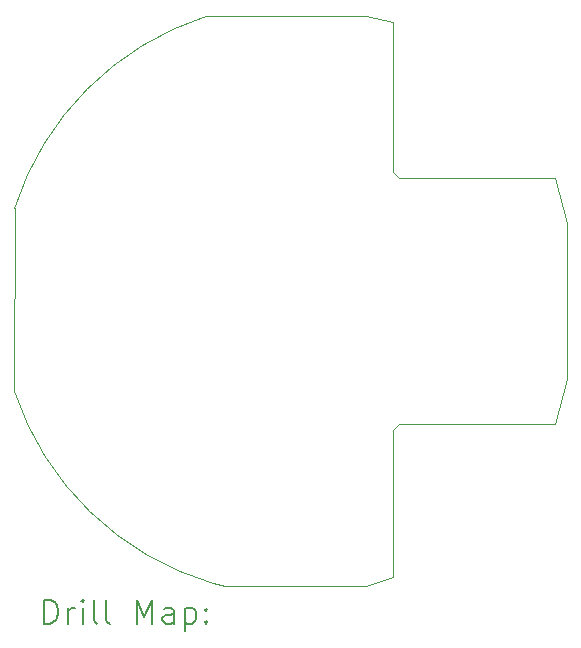
<source format=gbr>
%TF.GenerationSoftware,KiCad,Pcbnew,6.0.11-2627ca5db0~126~ubuntu22.04.1*%
%TF.CreationDate,2023-12-06T09:32:03+01:00*%
%TF.ProjectId,heatervalve-interface,68656174-6572-4766-916c-76652d696e74,A*%
%TF.SameCoordinates,Original*%
%TF.FileFunction,Drillmap*%
%TF.FilePolarity,Positive*%
%FSLAX45Y45*%
G04 Gerber Fmt 4.5, Leading zero omitted, Abs format (unit mm)*
G04 Created by KiCad (PCBNEW 6.0.11-2627ca5db0~126~ubuntu22.04.1) date 2023-12-06 09:32:03*
%MOMM*%
%LPD*%
G01*
G04 APERTURE LIST*
%ADD10C,0.100000*%
%ADD11C,0.200000*%
G04 APERTURE END LIST*
D10*
X13284200Y-7772400D02*
X11938000Y-7772400D01*
X10312400Y-9398000D02*
X10310938Y-10947882D01*
X13284200Y-7772400D02*
X13512800Y-7823200D01*
X13512800Y-7823200D02*
X13512800Y-9093200D01*
X13284200Y-12598400D02*
X13512800Y-12522200D01*
X13563600Y-9144000D02*
X14884400Y-9144000D01*
X13512800Y-11277600D02*
X13563600Y-11226800D01*
X13512800Y-9093200D02*
X13563600Y-9144000D01*
X12090400Y-12598400D02*
X13284200Y-12598400D01*
X11938000Y-7772400D02*
G75*
G03*
X10312400Y-9398000I762000J-2387600D01*
G01*
X11988800Y-12573000D02*
X12090400Y-12598400D01*
X13563600Y-11226800D02*
X14884400Y-11226800D01*
X10310938Y-10947882D02*
G75*
G03*
X11988800Y-12573000I2389062J787882D01*
G01*
X14884400Y-9144000D02*
X14986000Y-9524112D01*
X13512800Y-12522200D02*
X13512800Y-11277600D01*
X14884400Y-11226800D02*
X14986000Y-10845800D01*
X14986000Y-10845800D02*
X14986000Y-9524112D01*
D11*
X10563557Y-12913876D02*
X10563557Y-12713876D01*
X10611176Y-12713876D01*
X10639748Y-12723400D01*
X10658795Y-12742448D01*
X10668319Y-12761495D01*
X10677843Y-12799590D01*
X10677843Y-12828162D01*
X10668319Y-12866257D01*
X10658795Y-12885305D01*
X10639748Y-12904352D01*
X10611176Y-12913876D01*
X10563557Y-12913876D01*
X10763557Y-12913876D02*
X10763557Y-12780543D01*
X10763557Y-12818638D02*
X10773081Y-12799590D01*
X10782605Y-12790067D01*
X10801653Y-12780543D01*
X10820700Y-12780543D01*
X10887367Y-12913876D02*
X10887367Y-12780543D01*
X10887367Y-12713876D02*
X10877843Y-12723400D01*
X10887367Y-12732924D01*
X10896891Y-12723400D01*
X10887367Y-12713876D01*
X10887367Y-12732924D01*
X11011176Y-12913876D02*
X10992129Y-12904352D01*
X10982605Y-12885305D01*
X10982605Y-12713876D01*
X11115938Y-12913876D02*
X11096891Y-12904352D01*
X11087367Y-12885305D01*
X11087367Y-12713876D01*
X11344510Y-12913876D02*
X11344510Y-12713876D01*
X11411176Y-12856733D01*
X11477843Y-12713876D01*
X11477843Y-12913876D01*
X11658795Y-12913876D02*
X11658795Y-12809114D01*
X11649272Y-12790067D01*
X11630224Y-12780543D01*
X11592129Y-12780543D01*
X11573081Y-12790067D01*
X11658795Y-12904352D02*
X11639748Y-12913876D01*
X11592129Y-12913876D01*
X11573081Y-12904352D01*
X11563557Y-12885305D01*
X11563557Y-12866257D01*
X11573081Y-12847209D01*
X11592129Y-12837686D01*
X11639748Y-12837686D01*
X11658795Y-12828162D01*
X11754033Y-12780543D02*
X11754033Y-12980543D01*
X11754033Y-12790067D02*
X11773081Y-12780543D01*
X11811176Y-12780543D01*
X11830224Y-12790067D01*
X11839748Y-12799590D01*
X11849272Y-12818638D01*
X11849272Y-12875781D01*
X11839748Y-12894828D01*
X11830224Y-12904352D01*
X11811176Y-12913876D01*
X11773081Y-12913876D01*
X11754033Y-12904352D01*
X11934986Y-12894828D02*
X11944510Y-12904352D01*
X11934986Y-12913876D01*
X11925462Y-12904352D01*
X11934986Y-12894828D01*
X11934986Y-12913876D01*
X11934986Y-12790067D02*
X11944510Y-12799590D01*
X11934986Y-12809114D01*
X11925462Y-12799590D01*
X11934986Y-12790067D01*
X11934986Y-12809114D01*
M02*

</source>
